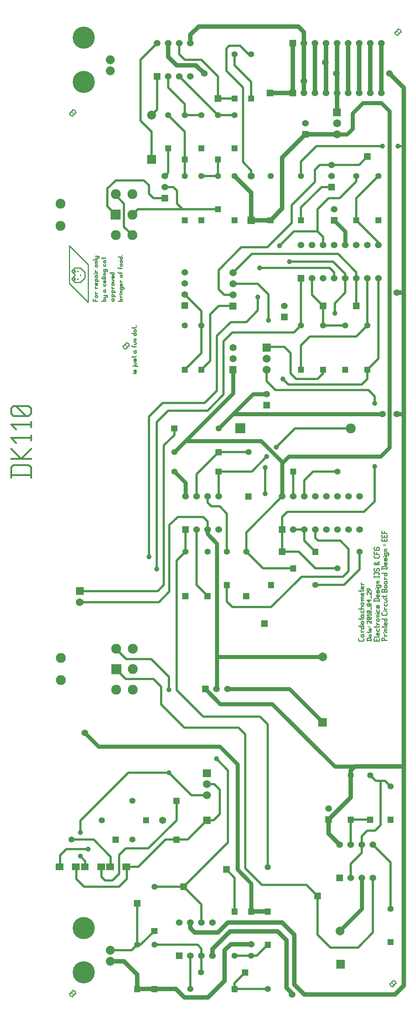
<source format=gbr>
G04 start of page 2 for group 0 idx 0 *
G04 Title: (unknown), component *
G04 Creator: pcb 20091103 *
G04 CreationDate: Mon Oct  4 16:31:00 2010 UTC *
G04 For: fosse *
G04 Format: Gerber/RS-274X *
G04 PCB-Dimensions: 440000 900000 *
G04 PCB-Coordinate-Origin: lower left *
%MOIN*%
%FSLAX25Y25*%
%LNFRONT*%
%ADD11C,0.0200*%
%ADD12C,0.0400*%
%ADD13C,0.0350*%
%ADD14C,0.0100*%
%ADD15C,0.0090*%
%ADD16C,0.0181*%
%ADD17C,0.0550*%
%ADD18C,0.0600*%
%ADD19C,0.0800*%
%ADD20C,0.2000*%
%ADD21C,0.0650*%
%ADD22C,0.0900*%
%ADD23C,0.0720*%
%ADD24C,0.0787*%
%ADD25C,0.0700*%
%ADD26C,0.0460*%
%ADD27R,0.0590X0.0590*%
%ADD28C,0.0300*%
%ADD29C,0.0280*%
%ADD30C,0.0320*%
%ADD31C,0.0790*%
%ADD32C,0.0380*%
%ADD33C,0.0510*%
%ADD34C,0.0420*%
%ADD35C,0.0395*%
%ADD36C,0.0315*%
%ADD37C,0.0472*%
%ADD38C,0.0500*%
G54D11*G36*
X431300Y888300D02*Y887300D01*
X430300D01*
Y888300D01*
X431300D01*
G37*
G36*
X432300Y887300D02*Y886300D01*
X431300D01*
Y887300D01*
X432300D01*
G37*
G36*
X137300Y815300D02*Y814300D01*
X136300D01*
Y815300D01*
X137300D01*
G37*
G36*
X138300Y814300D02*Y813300D01*
X137300D01*
Y814300D01*
X138300D01*
G37*
G36*
X137300Y19800D02*Y18800D01*
X136300D01*
Y19800D01*
X137300D01*
G37*
G36*
X138300Y18800D02*Y17800D01*
X137300D01*
Y18800D01*
X138300D01*
G37*
G36*
X426800Y28800D02*Y27800D01*
X425800D01*
Y28800D01*
X426800D01*
G37*
G36*
X427800Y27800D02*Y26800D01*
X426800D01*
Y27800D01*
X427800D01*
G37*
G36*
X185600Y604900D02*Y603900D01*
X184600D01*
Y604900D01*
X185600D01*
G37*
G36*
X186600Y603900D02*Y602900D01*
X185600D01*
Y603900D01*
X186600D01*
G37*
G54D12*X388600Y220400D02*Y195900D01*
G54D11*X411100Y210900D02*X406100Y215900D01*
X415600Y210900D02*Y170900D01*
G54D12*X388600Y195900D02*X368600Y175900D01*
Y163400D02*X378600Y153400D01*
X368600Y175900D02*Y163400D01*
G54D11*X388600Y175900D02*X406100D01*
X388600D02*Y153400D01*
X410600Y165900D02*X415600Y170900D01*
X403600Y165900D02*X410600D01*
X398600Y160900D02*X403600Y165900D01*
X398600Y160900D02*Y145900D01*
X388600Y135900D01*
X419600Y210900D02*X424600Y205900D01*
X411100Y210900D02*X419600D01*
G54D12*X392100Y223900D02*X436600D01*
G54D11*X424600Y137400D02*X408600Y153400D01*
X388600Y135900D02*Y123400D01*
X179100Y143900D02*Y126900D01*
X283600Y123400D02*X276100Y130900D01*
X259100Y175900D02*X241100Y157900D01*
X258600Y175400D02*X264600D01*
G54D12*X388600Y220400D02*X392100Y223900D01*
G54D13*X374100D02*X317600Y280400D01*
X374100Y223900D02*X392100D01*
X333073Y293900D02*X363100Y263873D01*
X270600Y280400D02*X257100Y293900D01*
X267628Y322928D02*X267600Y322900D01*
Y294400D02*X267100Y293900D01*
X267600Y342900D02*Y294400D01*
X270600Y280400D02*X317600D01*
G54D11*X255100Y268900D02*X306600D01*
G54D13*X277100Y293900D02*X333073D01*
X267628Y322928D02*X363100D01*
G54D11*X255100Y268900D02*X231100Y292900D01*
X224100Y304900D02*Y293400D01*
X217100Y295900D02*Y279900D01*
X185100Y302900D02*X210100D01*
X238100Y258900D02*X217100Y279900D01*
X185100Y302900D02*X176100Y311900D01*
X293100Y252900D02*X287100Y258900D01*
X238100D02*X287100D01*
G54D13*X160600Y241900D02*X270100D01*
G54D11*X293100Y252900D02*Y247900D01*
X313600Y261900D02*X306600Y268900D01*
G54D13*X286100Y225900D02*X270100Y241900D01*
G54D11*X277600Y220400D02*X267100Y230900D01*
X270100Y202900D02*Y180900D01*
X277600Y220400D02*Y155400D01*
X270100Y180900D02*X264600Y175400D01*
X258600Y207900D02*X265100D01*
X270100Y202900D01*
X244600Y197900D02*X224100Y218400D01*
X244600Y197900D02*X258600D01*
X187600Y218400D02*X224100D01*
X313600Y261900D02*Y132900D01*
G54D13*X286100Y225900D02*Y130900D01*
G54D11*X293100Y247400D02*Y131900D01*
X185600Y320900D02*X208100D01*
X224100Y304900D01*
G54D13*X160600Y241900D02*X148100Y254400D01*
G54D11*X217100Y295900D02*X210100Y302900D01*
X231100Y175400D02*X205600Y149900D01*
X231100Y192900D02*Y175400D01*
Y409900D02*Y292900D01*
X224600Y441900D02*Y381900D01*
X144100Y174900D02*Y164400D01*
Y174900D02*X187600Y218400D01*
X176100Y330400D02*X185600Y320900D01*
X224600Y381900D02*X215100Y372400D01*
X143600Y382400D02*X214100D01*
X143600Y372400D02*X215100D01*
X219600Y387900D02*X214100Y382400D01*
X171540Y142460D02*Y133487D01*
X186100Y133283D02*X186304Y133487D01*
X148706Y138294D02*Y133487D01*
X125871Y143671D02*X131600Y149400D01*
X125871Y143671D02*Y133487D01*
X171540Y142460D02*X156100Y157900D01*
X131600Y149400D02*X151100D01*
X185100Y149900D02*X179100Y143900D01*
X148706Y138294D02*X144100Y142900D01*
X136100Y157900D02*X156100D01*
X140635Y133487D02*Y122365D01*
X147600Y115400D01*
X166600Y120900D02*X173100D01*
X147600Y115400D02*X179100D01*
X163100Y133117D02*Y124400D01*
X166600Y120900D02*X163100Y124400D01*
Y133117D02*X163470Y133487D01*
X179100Y115400D02*X186100Y122400D01*
X179100Y126900D02*X173100Y120900D01*
X186100Y133283D02*Y122400D01*
G54D12*X337600Y71900D02*Y26900D01*
G54D11*X283600Y52900D02*X303600D01*
X313600Y62900D01*
G54D12*X322600Y74900D02*X330600Y66900D01*
Y23900D01*
X247600Y73900D02*X268600D01*
X279600Y74900D02*X322600D01*
X277600Y82900D02*X326600D01*
X337600Y71900D01*
X280100Y63400D02*X298600D01*
G54D13*Y118400D02*Y92900D01*
G54D12*X313600D01*
G54D11*X283600Y123400D02*Y92900D01*
G54D13*X298600Y118400D02*X286100Y130900D01*
G54D11*X308100Y116900D02*X348600D01*
X308100D02*X293100Y131900D01*
X221100Y157900D02*X196600Y133400D01*
X186391D02*X196600D01*
X186391D02*X186304Y133487D01*
X211100Y115400D02*X237600D01*
X221100Y157900D02*X241100D01*
X185100Y149900D02*X205600D01*
X237600Y115400D02*X277600Y155400D01*
X198600Y62900D02*X211100Y75400D01*
Y62900D02*X250100D01*
X253600Y59400D02*Y37900D01*
X195600Y62900D02*X198600D01*
X253600Y99400D02*X237600Y115400D01*
G54D12*X247600Y73900D02*X243600Y77900D01*
G54D11*X253600Y59400D02*X250100Y62900D01*
X253600Y99400D02*Y82900D01*
G54D12*X243600D02*Y77900D01*
X195600Y22900D02*X230600D01*
X195600Y35900D02*Y22900D01*
Y35900D02*X183600Y47900D01*
G54D11*X243600Y52900D02*Y22900D01*
X172600Y57900D02*X190600D01*
X195600Y62900D01*
Y100400D02*Y62900D01*
G54D12*X172600Y47900D02*X183600D01*
X346600Y17900D02*X337600Y26900D01*
X346600Y17900D02*X428600D01*
X330600Y23900D02*X336600Y17900D01*
X436600Y25900D02*X428600Y17900D01*
G54D11*X283600Y28400D02*Y22900D01*
Y28400D02*X293100Y37900D01*
X283600Y22900D02*X313600D01*
G54D12*X274600Y57900D02*Y30400D01*
Y57900D02*X280100Y63400D01*
X263600Y58900D02*X279600Y74900D01*
X268600Y73900D02*X277600Y82900D01*
X263600Y58900D02*Y52900D01*
X259600Y15400D02*X274600Y30400D01*
X238100Y15400D02*X259600D01*
X230600Y22900D02*X238100Y15400D01*
G54D11*X408600Y123400D02*Y73900D01*
X395100Y60400D01*
G54D13*X398600Y95400D02*X378600Y75400D01*
X398600Y123400D02*Y95400D01*
G54D11*X424600Y137400D02*Y95400D01*
X370100Y60400D02*X395100D01*
X370100D02*X358600Y71900D01*
Y106900D02*Y71900D01*
Y106900D02*X348600Y116900D01*
X218600Y552400D02*X256600D01*
G54D13*X282100Y560900D02*X229100Y507900D01*
G54D11*X273600Y559900D02*X259100Y545400D01*
X223600D02*X259100D01*
G54D13*X229100Y507900D02*X239100Y517900D01*
G54D11*X229100Y529400D02*Y523400D01*
X219600Y513900D01*
X223600Y545400D02*X213100Y534900D01*
G54D13*X300100Y560400D02*X312600D01*
G54D11*X206100Y539900D02*X218600Y552400D01*
X269100Y507900D02*X296100D01*
X269100Y490400D02*X299100D01*
G54D13*X307600Y517900D02*X327100Y498400D01*
G54D11*X299100Y490400D02*X312600Y503900D01*
X249100Y487900D02*Y467900D01*
G54D13*X239100Y480400D02*Y467900D01*
Y517900D02*X307600D01*
X326600Y497900D02*Y467900D01*
G54D11*X311100Y493900D02*Y470400D01*
X338100Y529400D02*X321100Y512400D01*
X336600Y490400D02*Y467900D01*
X294100Y435400D02*X326600Y467900D01*
Y449400D02*X331100Y453900D01*
X255100Y449400D02*X259100Y445400D01*
Y437900D01*
X262600Y458900D02*X270100D01*
X276600Y452400D01*
X386600Y420400D02*Y400400D01*
X381600Y395400D01*
X379100Y427900D02*X386600Y420400D01*
X396600Y401900D02*X382600Y387900D01*
X396600Y417900D02*Y401900D01*
X346600Y427900D02*X356600Y417900D01*
Y430400D02*X359100Y427900D01*
X346600Y437900D02*Y427900D01*
X356600Y437900D02*Y430400D01*
X344100Y395400D02*X381600D01*
X356600Y402900D02*X341600Y417900D01*
X356600Y387900D02*X382600D01*
X356600Y402900D02*X376600D01*
X359100Y427900D02*X379100D01*
X336600Y437900D02*X346600D01*
X331100Y453900D02*X400600D01*
X410100Y463400D01*
X249100Y387900D02*X259100Y377900D01*
G54D13*X267600Y425400D02*Y342400D01*
G54D11*X276600Y372900D02*X281600Y367900D01*
X276600Y387900D02*Y372900D01*
X344100Y395400D02*X316600Y367900D01*
X281600D02*X316600D01*
X309100Y402900D02*X336600D01*
X309100D02*X294100Y417900D01*
X326600D02*X341600D01*
X294600Y418400D02*X294100Y417900D01*
X326600Y449400D02*Y417900D01*
X294100Y435400D02*Y417900D01*
G54D13*X259100Y433900D02*X267600Y425400D01*
G54D11*X276600Y452400D02*Y417900D01*
X249100Y437900D02*Y387900D01*
X206100Y539900D02*Y413400D01*
X213100Y534900D02*Y402400D01*
X249100Y487900D02*X269100Y507900D01*
G54D13*X239100Y480400D02*X229100Y490400D01*
G54D11*X259600Y467400D02*X259100Y467900D01*
Y462400D01*
X262600Y458900D01*
X269100Y490400D02*Y467900D01*
X239100Y437900D02*Y417900D01*
X224600Y441900D02*X232100Y449400D01*
X255100D01*
G54D13*X259100Y437900D02*Y433900D01*
G54D11*X231100Y409900D02*X239100Y417900D01*
X219600Y513900D02*Y387900D01*
X354600Y490400D02*X346600Y482400D01*
X354600Y490400D02*X376600D01*
X346600Y482400D02*Y467900D01*
X410100Y494900D02*Y463400D01*
G54D13*X415600Y503900D02*X423600Y511900D01*
X430600Y542400D02*X436600D01*
G54D11*X410100Y558400D02*Y551900D01*
G54D13*X332600Y503900D02*X415600D01*
G54D12*X436600Y836900D02*Y26400D01*
X346100Y887400D02*Y832400D01*
X366100Y877400D02*Y832400D01*
X356100Y877400D02*Y832400D01*
X336100Y877400D02*Y832400D01*
X341100Y892400D02*X346100Y887400D01*
X376100Y877400D02*Y814900D01*
X416100Y877400D02*Y832400D01*
X406100Y877400D02*Y832400D01*
X396100Y877400D02*Y832400D01*
X386100Y877400D02*Y832400D01*
X423600Y849900D02*X436600Y836900D01*
G54D11*X238600Y862400D02*X253600D01*
G54D12*X248600Y857400D02*X256100Y849900D01*
G54D11*X268600Y772400D02*Y757400D01*
X253600D02*X268600D01*
X357600Y784400D02*X343600Y770400D01*
Y757400D01*
X360600Y767400D02*X356100Y762900D01*
G54D12*X326600Y773900D02*X347600Y794900D01*
G54D11*X238600Y797400D02*Y757400D01*
Y797400D02*X223600Y812400D01*
X213600Y817400D02*X208600Y812400D01*
Y797400D02*Y772400D01*
Y797400D02*X198600Y807400D01*
X238600Y822400D02*X223600Y837400D01*
Y847400D02*Y837400D01*
X213600Y847400D02*Y817400D01*
X198600Y862400D02*Y807400D01*
Y862400D02*X213600Y877400D01*
X233600D02*Y867400D01*
X238600Y862400D01*
G54D12*X223600Y864900D02*X231100Y857400D01*
X223600Y877400D02*Y864900D01*
G54D11*X268600Y847400D02*Y827400D01*
Y812400D02*X233600Y847400D01*
X238600Y812400D02*X253600D01*
X238600Y822400D02*Y812400D01*
G54D12*X251100Y892400D02*X341100D01*
G54D11*X296100Y867400D02*X298600D01*
X296100D02*X288600Y874900D01*
X278600D02*X288600D01*
X253600Y862400D02*X268600Y847400D01*
X283600Y867400D02*Y857400D01*
X298600Y842400D01*
X276100Y852400D02*X291100Y837400D01*
X276100Y872400D02*Y852400D01*
G54D12*X231100Y857400D02*X248600D01*
G54D11*X278600Y874900D02*X276100Y872400D01*
G54D12*X243600Y884900D02*Y877400D01*
Y884900D02*X251100Y892400D01*
G54D11*X268600Y827400D02*X283600D01*
G54D13*X423600Y815900D02*X416100Y823400D01*
G54D11*X268600Y812400D02*X283600D01*
G54D13*X399600Y823400D02*X416100D01*
X399600D02*X390100Y813900D01*
G54D12*X316100Y832400D02*X336100D01*
G54D11*X357600Y784400D02*X417100D01*
G54D12*X347600Y794900D02*X376100D01*
G54D13*X385100D01*
G54D11*X431100Y784400D02*X437100D01*
X396100Y767400D02*X403600Y774900D01*
G54D13*X390100Y813900D02*Y799900D01*
X385100Y794900D01*
G54D11*X360600Y767400D02*X396100D01*
G54D14*X139100Y672400D02*Y670400D01*
X136100Y671400D02*X139100Y668400D01*
X141100Y671400D02*X142100D01*
X139100Y670400D02*X138100Y671400D01*
X139100Y672400D01*
Y668400D02*Y667400D01*
X148100Y670400D02*X144100Y674400D01*
X134100Y694400D02*X151100Y677400D01*
X139100Y674400D02*X136100Y671400D01*
X139100Y674400D02*X144100D01*
X134100Y694400D02*Y660400D01*
G54D11*X220600Y747400D02*X228100D01*
X223600Y760400D02*X220600Y757400D01*
X231600Y732400D02*X236600Y727400D01*
X176100Y753400D02*X201600D01*
X206100Y748900D02*Y741400D01*
X210100Y737400D02*X206100Y741400D01*
X210100Y737400D02*X220600D01*
X168600Y745900D02*X176100Y753400D01*
X196100Y727400D02*X191100Y722400D01*
X183600Y711400D02*X191100Y703900D01*
X176100Y740900D02*Y739900D01*
X183600Y732400D01*
Y711400D01*
X176100Y722400D02*X168600Y729900D01*
Y745900D02*Y729900D01*
G54D13*X269100Y529400D02*X300100Y560400D01*
G54D11*X253600Y635400D02*Y597400D01*
X261600Y632400D02*Y590400D01*
X256600Y552400D02*X267600Y563400D01*
X253600Y597400D02*X238600Y582400D01*
X261600Y590400D02*X253600Y582400D01*
X267600Y612900D02*Y563400D01*
X273600Y607900D02*Y559900D01*
G54D13*X282100Y582400D02*Y560900D01*
G54D11*X269100Y639900D02*X282100D01*
X267600Y612900D02*X280100Y625400D01*
X294100D01*
X281600Y615900D02*X273600Y607900D01*
X269100Y639900D02*X261600Y632400D01*
X269100Y672400D02*Y654900D01*
X253600Y635400D02*X238600Y650400D01*
X289600Y692900D02*X269100Y672400D01*
Y654900D02*X274100Y649900D01*
X282100D01*
G54D14*X141100Y664400D02*X142100D01*
X139100Y661400D02*X144100D01*
X134100Y660400D02*X151100Y643400D01*
X144100Y668400D02*Y667400D01*
X148100Y670400D02*Y665400D01*
X144100Y661400D02*X148100Y665400D01*
X151100Y677400D02*Y643400D01*
X139100Y663400D02*X138100Y664400D01*
X139100Y665400D02*Y663400D01*
X136100Y664400D02*X139100Y661400D01*
Y667400D02*X136100Y664400D01*
X138100D02*X139100Y665400D01*
G54D11*X413600Y664900D02*Y592400D01*
X403600Y582400D01*
X393600Y612400D02*X403600Y622400D01*
G54D12*X430600Y651900D02*X436600D01*
G54D11*X351600Y612400D02*X393600D01*
X368600Y737400D02*X358600Y727400D01*
G54D13*X383600Y707400D02*X373600Y717400D01*
G54D11*X363600Y702400D02*X358600Y707400D01*
G54D13*X383600D02*Y694900D01*
G54D11*X363600Y702400D02*Y694900D01*
X383600Y668900D02*X372600Y679900D01*
X373600Y670400D02*X369600Y674400D01*
X413600Y697400D02*X393600Y717400D01*
Y737400D02*Y717400D01*
Y737400D02*X413600Y757400D01*
X393600Y752400D02*X378600Y737400D01*
G54D12*X298600Y717400D02*X316100D01*
G54D11*X299100Y686900D02*X282100Y669900D01*
X299100Y686900D02*X377100D01*
X306100Y674400D02*X369600D01*
X337100Y707400D02*X324100Y694400D01*
X337100Y707400D02*X358600D01*
X393600Y670400D02*X377100Y686900D01*
X335100Y730900D02*X356100Y751900D01*
X363600Y622400D02*X383600D01*
X374100Y642400D02*Y633400D01*
Y642400D02*X383600Y651900D01*
X403600Y664900D02*Y622400D01*
X383600Y668900D02*Y651900D01*
X373600Y670400D02*Y664900D01*
X393600Y670400D02*Y639900D01*
X413600Y697400D02*Y694900D01*
G54D13*X423600Y815900D02*Y511900D01*
G54D11*X403600Y582400D02*Y573900D01*
X398600Y568900D01*
X410100Y558400D02*X404600Y563900D01*
X393600Y757400D02*Y752400D01*
X358600Y727400D02*Y707400D01*
X368600Y737400D02*X378600D01*
X362100Y747400D02*X371100D01*
X362100D02*X343600Y728900D01*
Y717400D01*
X356100Y762900D02*Y751900D01*
X343600Y664900D02*Y622400D01*
X353600Y649900D02*X363600Y639900D01*
Y622400D01*
X353600Y664900D02*Y649900D01*
X343600Y604400D02*Y582400D01*
X332100Y568900D02*X327100Y573900D01*
X343600Y604400D02*X351600Y612400D01*
X343600Y622400D02*X337100Y615900D01*
X333100Y679900D02*X372600D01*
X314100Y650400D02*Y626900D01*
Y650400D02*X304600Y659900D01*
X294100Y625400D02*X304600Y635900D01*
Y647900D02*Y635900D01*
X320600Y563900D02*X404600D01*
X320600D02*X312600Y571900D01*
Y582400D02*Y571900D01*
X298600Y842400D02*Y827400D01*
Y762400D02*Y757400D01*
Y762400D02*X291100Y769900D01*
Y837400D02*Y769900D01*
X289600Y692900D02*X313100D01*
G54D12*X298600Y742400D02*Y717400D01*
G54D11*X196100Y727400D02*X268600D01*
G54D12*X298600Y742400D02*X283600Y757400D01*
X316100Y717400D02*X326600Y727900D01*
Y773900D02*Y727900D01*
G54D11*X335100Y730900D02*Y714900D01*
X313100Y692900D02*X335100Y714900D01*
X223600Y782400D02*Y760400D01*
X231600Y743900D02*Y732400D01*
X228100Y747400D02*X231600Y743900D01*
X206100Y748900D02*X201600Y753400D01*
G54D13*X326600Y497900D02*X332600Y503900D01*
X282100Y542400D02*X417100D01*
G54D11*X338100Y529400D02*X388600D01*
X313100Y602900D02*X312600Y602400D01*
X334100Y597400D02*Y578900D01*
Y597400D02*X328600Y602900D01*
X313100D02*X328600D01*
X282100Y659900D02*X304600D01*
X363600Y582400D02*Y578900D01*
X358600Y573900D01*
X339100D02*X358600D01*
X339100D02*X334100Y578900D01*
X332100Y568900D02*X398600D01*
X281600Y615900D02*X337100D01*
G54D14*X137300Y16800D02*G75*G03X139300Y18800I0J2000D01*G01*
X137300Y20800D02*G75*G03X135300Y18800I0J-2000D01*G01*
X134300D02*G75*G03X137300Y15800I3000J0D01*G01*
X140300Y18800D02*G75*G03X137300Y21800I-3000J0D01*G01*
X426800Y25800D02*G75*G03X428800Y27800I0J2000D01*G01*
X426800Y29800D02*G75*G03X424800Y27800I0J-2000D01*G01*
X423800D02*G75*G03X426800Y24800I3000J0D01*G01*
X429800Y27800D02*G75*G03X426800Y30800I-3000J0D01*G01*
X431300Y885300D02*G75*G03X433300Y887300I0J2000D01*G01*
X431300Y889300D02*G75*G03X429300Y887300I0J-2000D01*G01*
X428300D02*G75*G03X431300Y884300I3000J0D01*G01*
X434300Y887300D02*G75*G03X431300Y890300I-3000J0D01*G01*
X137300Y812300D02*G75*G03X139300Y814300I0J2000D01*G01*
X140300D02*G75*G03X137300Y817300I-3000J0D01*G01*
Y816300D02*G75*G03X135300Y814300I0J-2000D01*G01*
X134300D02*G75*G03X137300Y811300I3000J0D01*G01*
X185600Y601900D02*G75*G03X187600Y603900I0J2000D01*G01*
X185600Y605900D02*G75*G03X183600Y603900I0J-2000D01*G01*
X182600D02*G75*G03X185600Y600900I3000J0D01*G01*
X188600Y603900D02*G75*G03X185600Y606900I-3000J0D01*G01*
G54D15*X416700Y337950D02*X421100D01*
X416700Y339600D02*Y337400D01*
Y339600D02*X417250Y340150D01*
X418350D01*
X418900Y339600D02*X418350Y340150D01*
X418900Y339600D02*Y337950D01*
X419450Y342021D02*X421100D01*
X419450D02*X418900Y342571D01*
Y343671D02*Y342571D01*
Y341471D02*X419450Y342021D01*
X417800Y344992D02*X418350D01*
X419450D02*X421100D01*
X419450Y346643D02*X421100D01*
X419450D02*X418900Y347193D01*
Y347743D02*Y347193D01*
Y347743D02*X419450Y348293D01*
X421100D01*
X418900Y346093D02*X419450Y346643D01*
X416700Y350164D02*X420550D01*
X421100Y350714D01*
X418350D02*Y349614D01*
X421100Y354015D02*Y352365D01*
X420550Y351815D02*X421100Y352365D01*
X419450Y351815D02*X420550D01*
X419450D02*X418900Y352365D01*
Y353465D02*Y352365D01*
Y353465D02*X419450Y354015D01*
X420000D02*Y351815D01*
X419450Y354015D02*X420000D01*
X416700Y357536D02*X421100D01*
Y356986D02*X420550Y357536D01*
X421100Y356986D02*Y355886D01*
X420550Y355336D02*X421100Y355886D01*
X419450Y355336D02*X420550D01*
X419450D02*X418900Y355886D01*
Y356986D02*Y355886D01*
Y356986D02*X419450Y357536D01*
X421100Y363037D02*Y361387D01*
X420550Y360837D02*X421100Y361387D01*
X417250Y360837D02*X420550D01*
X417250D02*X416700Y361387D01*
Y363037D02*Y361387D01*
X417800Y364358D02*X418350D01*
X419450D02*X421100D01*
X419450Y366009D02*X421100D01*
X419450D02*X418900Y366559D01*
Y367659D02*Y366559D01*
Y365459D02*X419450Y366009D01*
X418900Y371181D02*Y369531D01*
X419450Y368981D02*X418900Y369531D01*
X419450Y368981D02*X420550D01*
X421100Y369531D01*
Y371181D02*Y369531D01*
X418900Y372502D02*X420550D01*
X421100Y373052D01*
Y374152D02*Y373052D01*
Y374152D02*X420550Y374702D01*
X418900D02*X420550D01*
X417800Y376023D02*X418350D01*
X419450D02*X421100D01*
X416700Y377674D02*X420550D01*
X421100Y378224D01*
X418350D02*Y377124D01*
X421100Y383505D02*Y381305D01*
Y383505D02*X420550Y384055D01*
X419450D02*X420550D01*
X418900Y383505D02*X419450Y384055D01*
X418900Y383505D02*Y381855D01*
X416700D02*X421100D01*
X416700Y383505D02*Y381305D01*
Y383505D02*X417250Y384055D01*
X418350D01*
X418900Y383505D02*X418350Y384055D01*
X419450Y385376D02*X420550D01*
X419450D02*X418900Y385926D01*
Y387026D02*Y385926D01*
Y387026D02*X419450Y387576D01*
X420550D01*
X421100Y387026D02*X420550Y387576D01*
X421100Y387026D02*Y385926D01*
X420550Y385376D02*X421100Y385926D01*
X418900Y390547D02*X419450Y391097D01*
X418900Y390547D02*Y389447D01*
X419450Y388897D02*X418900Y389447D01*
X419450Y388897D02*X420550D01*
X421100Y389447D01*
X418900Y391097D02*X420550D01*
X421100Y391647D01*
Y390547D02*Y389447D01*
Y390547D02*X420550Y391097D01*
X419450Y393518D02*X421100D01*
X419450D02*X418900Y394068D01*
Y395168D02*Y394068D01*
Y392968D02*X419450Y393518D01*
X416700Y398689D02*X421100D01*
Y398139D02*X420550Y398689D01*
X421100Y398139D02*Y397039D01*
X420550Y396489D02*X421100Y397039D01*
X419450Y396489D02*X420550D01*
X419450D02*X418900Y397039D01*
Y398139D02*Y397039D01*
Y398139D02*X419450Y398689D01*
X416700Y402540D02*X421100D01*
X416700Y404190D02*X417250Y404740D01*
X420550D01*
X421100Y404190D02*X420550Y404740D01*
X421100Y404190D02*Y401990D01*
X416700Y404190D02*Y401990D01*
X421100Y408262D02*Y406612D01*
X420550Y406062D02*X421100Y406612D01*
X419450Y406062D02*X420550D01*
X419450D02*X418900Y406612D01*
Y407712D02*Y406612D01*
Y407712D02*X419450Y408262D01*
X420000D02*Y406062D01*
X419450Y408262D02*X420000D01*
X421100Y411783D02*Y410133D01*
Y411783D02*X420550Y412333D01*
X420000Y411783D02*X420550Y412333D01*
X420000Y411783D02*Y410133D01*
X419450Y409583D02*X420000Y410133D01*
X419450Y409583D02*X418900Y410133D01*
Y411783D02*Y410133D01*
Y411783D02*X419450Y412333D01*
X420550Y409583D02*X421100Y410133D01*
X417800Y413654D02*X418350D01*
X419450D02*X421100D01*
X418900Y416405D02*X419450Y416955D01*
X418900Y416405D02*Y415305D01*
X419450Y414755D02*X418900Y415305D01*
X419450Y414755D02*X420550D01*
X421100Y415305D01*
Y416405D02*Y415305D01*
Y416405D02*X420550Y416955D01*
X422200Y414755D02*X422750Y415305D01*
Y416405D02*Y415305D01*
Y416405D02*X422200Y416955D01*
X418900D02*X422200D01*
X419450Y418826D02*X421100D01*
X419450D02*X418900Y419376D01*
Y419926D02*Y419376D01*
Y419926D02*X419450Y420476D01*
X421100D01*
X418900Y418276D02*X419450Y418826D01*
X418350Y424327D02*Y423777D01*
X419450Y424327D02*Y423777D01*
X418900Y429278D02*Y427628D01*
X421100Y429828D02*Y427628D01*
X416700D02*X421100D01*
X416700Y429828D02*Y427628D01*
X418900Y432799D02*Y431149D01*
X421100Y433349D02*Y431149D01*
X416700D02*X421100D01*
X416700Y433349D02*Y431149D01*
Y434670D02*X421100D01*
X416700Y436870D02*Y434670D01*
X418900Y436320D02*Y434670D01*
X411900Y339050D02*Y337400D01*
X414100Y339600D02*Y337400D01*
X409700D02*X414100D01*
X409700Y339600D02*Y337400D01*
Y340921D02*X413550D01*
X414100Y341471D01*
Y344772D02*Y343122D01*
X413550Y342572D02*X414100Y343122D01*
X412450Y342572D02*X413550D01*
X412450D02*X411900Y343122D01*
Y344222D02*Y343122D01*
Y344222D02*X412450Y344772D01*
X413000D02*Y342572D01*
X412450Y344772D02*X413000D01*
X411900Y348293D02*Y346643D01*
X412450Y346093D02*X411900Y346643D01*
X412450Y346093D02*X413550D01*
X414100Y346643D01*
Y348293D02*Y346643D01*
X409700Y350164D02*X413550D01*
X414100Y350714D01*
X411350D02*Y349614D01*
X412450Y352365D02*X414100D01*
X412450D02*X411900Y352915D01*
Y354015D02*Y352915D01*
Y351815D02*X412450Y352365D01*
Y355336D02*X413550D01*
X412450D02*X411900Y355886D01*
Y356986D02*Y355886D01*
Y356986D02*X412450Y357536D01*
X413550D01*
X414100Y356986D02*X413550Y357536D01*
X414100Y356986D02*Y355886D01*
X413550Y355336D02*X414100Y355886D01*
X412450Y359407D02*X414100D01*
X412450D02*X411900Y359957D01*
Y360507D02*Y359957D01*
Y360507D02*X412450Y361057D01*
X414100D01*
X411900Y358857D02*X412450Y359407D01*
X410800Y362378D02*X411350D01*
X412450D02*X414100D01*
X411900Y365679D02*Y364029D01*
X412450Y363479D02*X411900Y364029D01*
X412450Y363479D02*X413550D01*
X414100Y364029D01*
Y365679D02*Y364029D01*
Y369201D02*Y367551D01*
Y369201D02*X413550Y369751D01*
X413000Y369201D02*X413550Y369751D01*
X413000Y369201D02*Y367551D01*
X412450Y367001D02*X413000Y367551D01*
X412450Y367001D02*X411900Y367551D01*
Y369201D02*Y367551D01*
Y369201D02*X412450Y369751D01*
X413550Y367001D02*X414100Y367551D01*
X409700Y373602D02*X414100D01*
X409700Y375252D02*X410250Y375802D01*
X413550D01*
X414100Y375252D02*X413550Y375802D01*
X414100Y375252D02*Y373052D01*
X409700Y375252D02*Y373052D01*
X414100Y379323D02*Y377673D01*
X413550Y377123D02*X414100Y377673D01*
X412450Y377123D02*X413550D01*
X412450D02*X411900Y377673D01*
Y378773D02*Y377673D01*
Y378773D02*X412450Y379323D01*
X413000D02*Y377123D01*
X412450Y379323D02*X413000D01*
X414100Y382844D02*Y381194D01*
Y382844D02*X413550Y383394D01*
X413000Y382844D02*X413550Y383394D01*
X413000Y382844D02*Y381194D01*
X412450Y380644D02*X413000Y381194D01*
X412450Y380644D02*X411900Y381194D01*
Y382844D02*Y381194D01*
Y382844D02*X412450Y383394D01*
X413550Y380644D02*X414100Y381194D01*
X410800Y384715D02*X411350D01*
X412450D02*X414100D01*
X411900Y387466D02*X412450Y388016D01*
X411900Y387466D02*Y386366D01*
X412450Y385816D02*X411900Y386366D01*
X412450Y385816D02*X413550D01*
X414100Y386366D01*
Y387466D02*Y386366D01*
Y387466D02*X413550Y388016D01*
X415200Y385816D02*X415750Y386366D01*
Y387466D02*Y386366D01*
Y387466D02*X415200Y388016D01*
X411900D02*X415200D01*
X412450Y389887D02*X414100D01*
X412450D02*X411900Y390437D01*
Y390987D02*Y390437D01*
Y390987D02*X412450Y391537D01*
X414100D01*
X411900Y389337D02*X412450Y389887D01*
X409700Y395938D02*Y394838D01*
Y395388D02*X414100D01*
Y395938D02*Y394838D01*
X409700Y398909D02*Y397259D01*
Y398909D02*X413550D01*
X414100Y398359D02*X413550Y398909D01*
X414100Y398359D02*Y397809D01*
X413550Y397259D02*X414100Y397809D01*
X409700Y402430D02*X410250Y402980D01*
X409700Y402430D02*Y400780D01*
X410250Y400230D02*X409700Y400780D01*
X410250Y400230D02*X411350D01*
X411900Y400780D01*
Y402430D02*Y400780D01*
Y402430D02*X412450Y402980D01*
X413550D01*
X414100Y402430D02*X413550Y402980D01*
X414100Y402430D02*Y400780D01*
X413550Y400230D02*X414100Y400780D01*
X413550Y406282D02*X414100Y406832D01*
X410250Y406282D02*X411350D01*
X410250D02*X409700Y406832D01*
X412450Y406282D02*X410800Y407932D01*
X414100Y407382D02*Y406832D01*
Y407382D02*X413000Y408482D01*
X411350Y406282D02*X414100Y409032D01*
X409700Y407382D02*Y406832D01*
Y407382D02*X410250Y407932D01*
X410800D01*
X412450Y406282D02*X413550D01*
X414100Y414533D02*Y412883D01*
X413550Y412333D02*X414100Y412883D01*
X410250Y412333D02*X413550D01*
X410250D02*X409700Y412883D01*
Y414533D02*Y412883D01*
Y415854D02*X414100D01*
X409700Y418054D02*Y415854D01*
X411900Y417504D02*Y415854D01*
X409700Y421575D02*X410250Y422125D01*
X409700Y421575D02*Y419925D01*
X410250Y419375D02*X409700Y419925D01*
X410250Y419375D02*X413550D01*
X414100Y419925D01*
Y421575D02*Y419925D01*
Y421575D02*X413550Y422125D01*
X412450D02*X413550D01*
X411900Y421575D02*X412450Y422125D01*
X411900Y421575D02*Y420475D01*
X163090Y644400D02*X167050D01*
X166555D02*X167050Y644895D01*
Y645885D02*Y644895D01*
Y645885D02*X166555Y646380D01*
X165565D02*X166555D01*
X165070Y645885D02*X165565Y646380D01*
X165070Y645885D02*Y644895D01*
X165565Y644400D02*X165070Y644895D01*
Y647568D02*X166555D01*
X167050Y648063D01*
X165070Y649548D02*X168040D01*
X168535Y649053D02*X168040Y649548D01*
X168535Y649053D02*Y648063D01*
X168040Y647568D02*X168535Y648063D01*
X167050Y649053D02*Y648063D01*
Y649053D02*X166555Y649548D01*
X165070Y654004D02*X165565Y654499D01*
X165070Y654004D02*Y653014D01*
X165565Y652519D02*X165070Y653014D01*
X165565Y652519D02*X166555D01*
X167050Y653014D01*
X165070Y654499D02*X166555D01*
X167050Y654994D01*
Y654004D02*Y653014D01*
Y654004D02*X166555Y654499D01*
X165070Y659945D02*Y658460D01*
X165565Y657965D02*X165070Y658460D01*
X165565Y657965D02*X166555D01*
X167050Y658460D01*
Y659945D02*Y658460D01*
Y663114D02*Y661629D01*
X166555Y661134D02*X167050Y661629D01*
X165565Y661134D02*X166555D01*
X165565D02*X165070Y661629D01*
Y662619D02*Y661629D01*
Y662619D02*X165565Y663114D01*
X166060D02*Y661134D01*
X165565Y663114D02*X166060D01*
X164080Y664303D02*X164575D01*
X165565D02*X167050D01*
X163090Y665294D02*X166555D01*
X167050Y665789D01*
X164080Y666780D02*X164575D01*
X165565D02*X167050D01*
X165565Y668266D02*X167050D01*
X165565D02*X165070Y668761D01*
Y669256D02*Y668761D01*
Y669256D02*X165565Y669751D01*
X167050D01*
X165070Y667771D02*X165565Y668266D01*
X165070Y672425D02*X165565Y672920D01*
X165070Y672425D02*Y671435D01*
X165565Y670940D02*X165070Y671435D01*
X165565Y670940D02*X166555D01*
X167050Y671435D01*
Y672425D02*Y671435D01*
Y672425D02*X166555Y672920D01*
X168040Y670940D02*X168535Y671435D01*
Y672425D02*Y671435D01*
Y672425D02*X168040Y672920D01*
X165070D02*X168040D01*
X165070Y677871D02*Y676386D01*
X165565Y675891D02*X165070Y676386D01*
X165565Y675891D02*X166555D01*
X167050Y676386D01*
Y677871D02*Y676386D01*
X165070Y680545D02*X165565Y681040D01*
X165070Y680545D02*Y679555D01*
X165565Y679060D02*X165070Y679555D01*
X165565Y679060D02*X166555D01*
X167050Y679555D01*
X165070Y681040D02*X166555D01*
X167050Y681535D01*
Y680545D02*Y679555D01*
Y680545D02*X166555Y681040D01*
X163090Y683219D02*X166555D01*
X167050Y683714D01*
X164575D02*Y682724D01*
X172570Y645885D02*X173065Y646380D01*
X172570Y645885D02*Y644895D01*
X173065Y644400D02*X172570Y644895D01*
X173065Y644400D02*X174055D01*
X174550Y644895D01*
X172570Y646380D02*X174055D01*
X174550Y646875D01*
Y645885D02*Y644895D01*
Y645885D02*X174055Y646380D01*
X173065Y648558D02*X176035D01*
X172570Y648063D02*X173065Y648558D01*
X172570Y649053D01*
Y650043D02*Y649053D01*
Y650043D02*X173065Y650538D01*
X174055D01*
X174550Y650043D02*X174055Y650538D01*
X174550Y650043D02*Y649053D01*
X174055Y648558D02*X174550Y649053D01*
X173065Y652222D02*X176035D01*
X172570Y651727D02*X173065Y652222D01*
X172570Y652717D01*
Y653707D02*Y652717D01*
Y653707D02*X173065Y654202D01*
X174055D01*
X174550Y653707D02*X174055Y654202D01*
X174550Y653707D02*Y652717D01*
X174055Y652222D02*X174550Y652717D01*
X173065Y655886D02*X174550D01*
X173065D02*X172570Y656381D01*
Y657371D02*Y656381D01*
Y655391D02*X173065Y655886D01*
Y658560D02*X174055D01*
X173065D02*X172570Y659055D01*
Y660045D02*Y659055D01*
Y660045D02*X173065Y660540D01*
X174055D01*
X174550Y660045D02*X174055Y660540D01*
X174550Y660045D02*Y659055D01*
X174055Y658560D02*X174550Y659055D01*
X172570Y661729D02*X173560D01*
X174550Y662719D01*
X173560Y663709D01*
X172570D02*X173560D01*
X174550Y666878D02*Y665393D01*
X174055Y664898D02*X174550Y665393D01*
X173065Y664898D02*X174055D01*
X173065D02*X172570Y665393D01*
Y666383D02*Y665393D01*
Y666383D02*X173065Y666878D01*
X173560D02*Y664898D01*
X173065Y666878D02*X173560D01*
X170590Y670047D02*X174550D01*
Y669552D02*X174055Y670047D01*
X174550Y669552D02*Y668562D01*
X174055Y668067D02*X174550Y668562D01*
X173065Y668067D02*X174055D01*
X173065D02*X172570Y668562D01*
Y669552D02*Y668562D01*
Y669552D02*X173065Y670047D01*
X191580Y578900D02*X192075D01*
X193065D02*X194550D01*
Y581870D02*Y580385D01*
Y581870D02*X194055Y582365D01*
X193560Y581870D02*X194055Y582365D01*
X193560Y581870D02*Y580385D01*
X193065Y579890D02*X193560Y580385D01*
X193065Y579890D02*X192570Y580385D01*
Y581870D02*Y580385D01*
Y581870D02*X193065Y582365D01*
X194055Y579890D02*X194550Y580385D01*
X191580Y585831D02*X192075D01*
X193065D02*X195540D01*
X196035Y585336D02*X195540Y585831D01*
X192570Y586822D02*X194055D01*
X194550Y587317D01*
Y588307D02*Y587317D01*
Y588307D02*X194055Y588802D01*
X192570D02*X194055D01*
X194550Y591971D02*Y590486D01*
Y591971D02*X194055Y592466D01*
X193560Y591971D02*X194055Y592466D01*
X193560Y591971D02*Y590486D01*
X193065Y589991D02*X193560Y590486D01*
X193065Y589991D02*X192570Y590486D01*
Y591971D02*Y590486D01*
Y591971D02*X193065Y592466D01*
X194055Y589991D02*X194550Y590486D01*
X190590Y594150D02*X194055D01*
X194550Y594645D01*
X192075D02*Y593655D01*
X192570Y598903D02*X193065Y599398D01*
X192570Y598903D02*Y597913D01*
X193065Y597418D02*X192570Y597913D01*
X193065Y597418D02*X194055D01*
X194550Y597913D01*
X192570Y599398D02*X194055D01*
X194550Y599893D01*
Y598903D02*Y597913D01*
Y598903D02*X194055Y599398D01*
X191085Y603359D02*X194550D01*
X191085D02*X190590Y603854D01*
Y604349D02*Y603854D01*
X192570D02*Y602864D01*
Y605340D02*X194055D01*
X194550Y605835D01*
Y606825D02*Y605835D01*
Y606825D02*X194055Y607320D01*
X192570D02*X194055D01*
X193065Y609004D02*X194550D01*
X193065D02*X192570Y609499D01*
Y609994D02*Y609499D01*
Y609994D02*X193065Y610489D01*
X194550D01*
X192570Y608509D02*X193065Y609004D01*
X190590Y615440D02*X194550D01*
Y614945D02*X194055Y615440D01*
X194550Y614945D02*Y613955D01*
X194055Y613460D02*X194550Y613955D01*
X193065Y613460D02*X194055D01*
X193065D02*X192570Y613955D01*
Y614945D02*Y613955D01*
Y614945D02*X193065Y615440D01*
Y616629D02*X194055D01*
X193065D02*X192570Y617124D01*
Y618114D02*Y617124D01*
Y618114D02*X193065Y618609D01*
X194055D01*
X194550Y618114D02*X194055Y618609D01*
X194550Y618114D02*Y617124D01*
X194055Y616629D02*X194550Y617124D01*
X190590Y620293D02*X194055D01*
X194550Y620788D01*
X192075D02*Y619798D01*
X194550Y622274D02*Y621779D01*
X178090Y644400D02*X182050D01*
X181555D02*X182050Y644895D01*
Y645885D02*Y644895D01*
Y645885D02*X181555Y646380D01*
X180565D02*X181555D01*
X180070Y645885D02*X180565Y646380D01*
X180070Y645885D02*Y644895D01*
X180565Y644400D02*X180070Y644895D01*
X180565Y648063D02*X182050D01*
X180565D02*X180070Y648558D01*
Y649548D02*Y648558D01*
Y647568D02*X180565Y648063D01*
X179080Y650737D02*X179575D01*
X180565D02*X182050D01*
X180565Y652223D02*X182050D01*
X180565D02*X180070Y652718D01*
Y653213D02*Y652718D01*
Y653213D02*X180565Y653708D01*
X182050D01*
X180070Y651728D02*X180565Y652223D01*
X180070Y656382D02*X180565Y656877D01*
X180070Y656382D02*Y655392D01*
X180565Y654897D02*X180070Y655392D01*
X180565Y654897D02*X181555D01*
X182050Y655392D01*
Y656382D02*Y655392D01*
Y656382D02*X181555Y656877D01*
X183040Y654897D02*X183535Y655392D01*
Y656382D02*Y655392D01*
Y656382D02*X183040Y656877D01*
X180070D02*X183040D01*
X182050Y660046D02*Y658561D01*
X181555Y658066D02*X182050Y658561D01*
X180565Y658066D02*X181555D01*
X180565D02*X180070Y658561D01*
Y659551D02*Y658561D01*
Y659551D02*X180565Y660046D01*
X181060D02*Y658066D01*
X180565Y660046D02*X181060D01*
X180565Y661730D02*X182050D01*
X180565D02*X180070Y662225D01*
Y663215D02*Y662225D01*
Y661235D02*X180565Y661730D01*
Y666186D02*X181555D01*
X180565D02*X180070Y666681D01*
Y667671D02*Y666681D01*
Y667671D02*X180565Y668166D01*
X181555D01*
X182050Y667671D02*X181555Y668166D01*
X182050Y667671D02*Y666681D01*
X181555Y666186D02*X182050Y666681D01*
X178585Y669850D02*X182050D01*
X178585D02*X178090Y670345D01*
Y670840D02*Y670345D01*
X180070D02*Y669355D01*
X178585Y674108D02*X182050D01*
X178585D02*X178090Y674603D01*
Y675098D02*Y674603D01*
X180070D02*Y673613D01*
X180565Y676089D02*X181555D01*
X180565D02*X180070Y676584D01*
Y677574D02*Y676584D01*
Y677574D02*X180565Y678069D01*
X181555D01*
X182050Y677574D02*X181555Y678069D01*
X182050Y677574D02*Y676584D01*
X181555Y676089D02*X182050Y676584D01*
X180565Y679258D02*X181555D01*
X180565D02*X180070Y679753D01*
Y680743D02*Y679753D01*
Y680743D02*X180565Y681238D01*
X181555D01*
X182050Y680743D02*X181555Y681238D01*
X182050Y680743D02*Y679753D01*
X181555Y679258D02*X182050Y679753D01*
X178090Y684407D02*X182050D01*
Y683912D02*X181555Y684407D01*
X182050Y683912D02*Y682922D01*
X181555Y682427D02*X182050Y682922D01*
X180565Y682427D02*X181555D01*
X180565D02*X180070Y682922D01*
Y683912D02*Y682922D01*
Y683912D02*X180565Y684407D01*
X182050Y686091D02*Y685596D01*
X155590Y644400D02*X159550D01*
X155590Y646380D02*Y644400D01*
X157570Y645885D02*Y644400D01*
X158065Y647568D02*X159055D01*
X158065D02*X157570Y648063D01*
Y649053D02*Y648063D01*
Y649053D02*X158065Y649548D01*
X159055D01*
X159550Y649053D02*X159055Y649548D01*
X159550Y649053D02*Y648063D01*
X159055Y647568D02*X159550Y648063D01*
X158065Y651232D02*X159550D01*
X158065D02*X157570Y651727D01*
Y652717D02*Y651727D01*
Y650737D02*X158065Y651232D01*
Y656183D02*X159550D01*
X158065D02*X157570Y656678D01*
Y657668D02*Y656678D01*
Y655688D02*X158065Y656183D01*
X159550Y660837D02*Y659352D01*
X159055Y658857D02*X159550Y659352D01*
X158065Y658857D02*X159055D01*
X158065D02*X157570Y659352D01*
Y660342D02*Y659352D01*
Y660342D02*X158065Y660837D01*
X158560D02*Y658857D01*
X158065Y660837D02*X158560D01*
X158065Y662521D02*X161035D01*
X157570Y662026D02*X158065Y662521D01*
X157570Y663016D01*
Y664006D02*Y663016D01*
Y664006D02*X158065Y664501D01*
X159055D01*
X159550Y664006D02*X159055Y664501D01*
X159550Y664006D02*Y663016D01*
X159055Y662521D02*X159550Y663016D01*
X157570Y667175D02*X158065Y667670D01*
X157570Y667175D02*Y666185D01*
X158065Y665690D02*X157570Y666185D01*
X158065Y665690D02*X159055D01*
X159550Y666185D01*
X157570Y667670D02*X159055D01*
X159550Y668165D01*
Y667175D02*Y666185D01*
Y667175D02*X159055Y667670D01*
X156580Y669354D02*X157075D01*
X158065D02*X159550D01*
X158065Y670840D02*X159550D01*
X158065D02*X157570Y671335D01*
Y672325D02*Y671335D01*
Y670345D02*X158065Y670840D01*
Y675296D02*X159055D01*
X158065D02*X157570Y675791D01*
Y676781D02*Y675791D01*
Y676781D02*X158065Y677276D01*
X159055D01*
X159550Y676781D02*X159055Y677276D01*
X159550Y676781D02*Y675791D01*
X159055Y675296D02*X159550Y675791D01*
X158065Y678960D02*X159550D01*
X158065D02*X157570Y679455D01*
Y679950D02*Y679455D01*
Y679950D02*X158065Y680445D01*
X159550D01*
X157570Y678465D02*X158065Y678960D01*
X155590Y681634D02*X159055D01*
X159550Y682129D01*
X157570Y683120D02*X159055D01*
X159550Y683615D01*
X157570Y685100D02*X160540D01*
X161035Y684605D02*X160540Y685100D01*
X161035Y684605D02*Y683615D01*
X160540Y683120D02*X161035Y683615D01*
X159550Y684605D02*Y683615D01*
Y684605D02*X159055Y685100D01*
X400100Y339600D02*Y337950D01*
X399550Y337400D02*X400100Y337950D01*
X396250Y337400D02*X399550D01*
X396250D02*X395700Y337950D01*
Y339600D02*Y337950D01*
X397900Y342571D02*X398450Y343121D01*
X397900Y342571D02*Y341471D01*
X398450Y340921D02*X397900Y341471D01*
X398450Y340921D02*X399550D01*
X400100Y341471D01*
X397900Y343121D02*X399550D01*
X400100Y343671D01*
Y342571D02*Y341471D01*
Y342571D02*X399550Y343121D01*
X398450Y345542D02*X400100D01*
X398450D02*X397900Y346092D01*
Y347192D02*Y346092D01*
Y344992D02*X398450Y345542D01*
X395700Y350713D02*X400100D01*
Y350163D02*X399550Y350713D01*
X400100Y350163D02*Y349063D01*
X399550Y348513D02*X400100Y349063D01*
X398450Y348513D02*X399550D01*
X398450D02*X397900Y349063D01*
Y350163D02*Y349063D01*
Y350163D02*X398450Y350713D01*
X396800Y352034D02*X397350D01*
X398450D02*X400100D01*
X398450Y353135D02*X399550D01*
X398450D02*X397900Y353685D01*
Y354785D02*Y353685D01*
Y354785D02*X398450Y355335D01*
X399550D01*
X400100Y354785D02*X399550Y355335D01*
X400100Y354785D02*Y353685D01*
X399550Y353135D02*X400100Y353685D01*
X395700Y357206D02*X399550D01*
X400100Y357756D01*
X397350D02*Y356656D01*
X397900Y360507D02*X398450Y361057D01*
X397900Y360507D02*Y359407D01*
X398450Y358857D02*X397900Y359407D01*
X398450Y358857D02*X399550D01*
X400100Y359407D01*
X397900Y361057D02*X399550D01*
X400100Y361607D01*
Y360507D02*Y359407D01*
Y360507D02*X399550Y361057D01*
X397900Y365128D02*Y363478D01*
X398450Y362928D02*X397900Y363478D01*
X398450Y362928D02*X399550D01*
X400100Y363478D01*
Y365128D02*Y363478D01*
X395700Y366449D02*X400100D01*
X398450D02*X397900Y366999D01*
Y368099D02*Y366999D01*
Y368099D02*X398450Y368649D01*
X400100D01*
X398450Y369971D02*X399550D01*
X398450D02*X397900Y370521D01*
Y371621D02*Y370521D01*
Y371621D02*X398450Y372171D01*
X399550D01*
X400100Y371621D02*X399550Y372171D01*
X400100Y371621D02*Y370521D01*
X399550Y369971D02*X400100Y370521D01*
X398450Y374042D02*X400100D01*
X398450D02*X397900Y374592D01*
Y375142D02*Y374592D01*
Y375142D02*X398450Y375692D01*
X400100D01*
X398450D02*X397900Y376242D01*
Y376792D02*Y376242D01*
Y376792D02*X398450Y377342D01*
X400100D01*
X397900Y373492D02*X398450Y374042D01*
X400100Y380863D02*Y379213D01*
X399550Y378663D02*X400100Y379213D01*
X398450Y378663D02*X399550D01*
X398450D02*X397900Y379213D01*
Y380313D02*Y379213D01*
Y380313D02*X398450Y380863D01*
X399000D02*Y378663D01*
X398450Y380863D02*X399000D01*
X395700Y382734D02*X399550D01*
X400100Y383284D01*
X397350D02*Y382184D01*
X400100Y386585D02*Y384935D01*
X399550Y384385D02*X400100Y384935D01*
X398450Y384385D02*X399550D01*
X398450D02*X397900Y384935D01*
Y386035D02*Y384935D01*
Y386035D02*X398450Y386585D01*
X399000D02*Y384385D01*
X398450Y386585D02*X399000D01*
X398450Y388456D02*X400100D01*
X398450D02*X397900Y389006D01*
Y390106D02*Y389006D01*
Y387906D02*X398450Y388456D01*
X403090Y337895D02*X407050D01*
X403090Y339380D02*X403585Y339875D01*
X406555D01*
X407050Y339380D02*X406555Y339875D01*
X407050Y339380D02*Y337400D01*
X403090Y339380D02*Y337400D01*
X405070Y342548D02*X405565Y343043D01*
X405070Y342548D02*Y341558D01*
X405565Y341063D02*X405070Y341558D01*
X405565Y341063D02*X406555D01*
X407050Y341558D01*
X405070Y343043D02*X406555D01*
X407050Y343538D01*
Y342548D02*Y341558D01*
Y342548D02*X406555Y343043D01*
X403090Y345222D02*X406555D01*
X407050Y345717D01*
X404575D02*Y344727D01*
X407050Y348688D02*Y347203D01*
X406555Y346708D02*X407050Y347203D01*
X405565Y346708D02*X406555D01*
X405565D02*X405070Y347203D01*
Y348193D02*Y347203D01*
Y348193D02*X405565Y348688D01*
X406060D02*Y346708D01*
X405565Y348688D02*X406060D01*
X404575Y350372D02*Y349877D01*
X405565Y350372D02*Y349877D01*
X403585Y353343D02*X403090Y353838D01*
Y355323D02*Y353838D01*
Y355323D02*X403585Y355818D01*
X404575D01*
X407050Y353343D02*X404575Y355818D01*
X407050D02*Y353343D01*
X406555Y357007D02*X407050Y357502D01*
X403585Y357007D02*X406555D01*
X403585D02*X403090Y357502D01*
Y358492D02*Y357502D01*
Y358492D02*X403585Y358987D01*
X406555D01*
X407050Y358492D02*X406555Y358987D01*
X407050Y358492D02*Y357502D01*
X406060Y357007D02*X404080Y358987D01*
X407050Y361661D02*Y360671D01*
X403090Y361166D02*X407050D01*
X404080Y360176D02*X403090Y361166D01*
X406555Y362850D02*X407050Y363345D01*
X403585Y362850D02*X406555D01*
X403585D02*X403090Y363345D01*
Y364335D02*Y363345D01*
Y364335D02*X403585Y364830D01*
X406555D01*
X407050Y364335D02*X406555Y364830D01*
X407050Y364335D02*Y363345D01*
X406060Y362850D02*X404080Y364830D01*
X407050Y367999D02*Y366019D01*
X406555Y369188D02*X407050Y369683D01*
X403585Y369188D02*X406555D01*
X403585D02*X403090Y369683D01*
Y370673D02*Y369683D01*
Y370673D02*X403585Y371168D01*
X406555D01*
X407050Y370673D02*X406555Y371168D01*
X407050Y370673D02*Y369683D01*
X406060Y369188D02*X404080Y371168D01*
X405070Y372357D02*X403090Y374337D01*
X405070Y374832D02*Y372357D01*
X403090Y374337D02*X407050D01*
Y378001D02*Y376021D01*
X403585Y379190D02*X403090Y379685D01*
Y381170D02*Y379685D01*
Y381170D02*X403585Y381665D01*
X404575D01*
X407050Y379190D02*X404575Y381665D01*
X407050D02*Y379190D01*
Y382854D02*X405070Y384834D01*
X403585D02*X405070D01*
X403090Y384339D02*X403585Y384834D01*
X403090Y384339D02*Y383349D01*
X403585Y382854D02*X403090Y383349D01*
X403585Y382854D02*X404575D01*
X405070Y383349D01*
Y384834D02*Y383349D01*
G54D16*X81420Y487460D02*X99500D01*
X81420Y494240D02*X83680Y496500D01*
X97240D01*
X99500Y494240D02*X97240Y496500D01*
X99500Y494240D02*Y485200D01*
X81420Y494240D02*Y485200D01*
Y501928D02*X99500D01*
X90460D02*X81420Y510968D01*
X90460Y501928D02*X99500Y510968D01*
Y523177D02*Y518657D01*
X81420Y520917D02*X99500D01*
X85940Y516397D02*X81420Y520917D01*
X99500Y535385D02*Y530865D01*
X81420Y533125D02*X99500D01*
X85940Y528605D02*X81420Y533125D01*
X97240Y540814D02*X99500Y543074D01*
X83680Y540814D02*X97240D01*
X83680D02*X81420Y543074D01*
Y547594D02*Y543074D01*
Y547594D02*X83680Y549854D01*
X97240D01*
X99500Y547594D02*X97240Y549854D01*
X99500Y547594D02*Y543074D01*
X94980Y540814D02*X85940Y549854D01*
G54D11*G36*
X220850Y785150D02*Y779650D01*
X226350D01*
Y785150D01*
X220850D01*
G37*
G36*
X235850Y775150D02*Y769650D01*
X241350D01*
Y775150D01*
X235850D01*
G37*
G36*
X280850Y785150D02*Y779650D01*
X286350D01*
Y785150D01*
X280850D01*
G37*
G36*
X265850Y775150D02*Y769650D01*
X271350D01*
Y775150D01*
X265850D01*
G37*
G36*
X250850Y785150D02*Y779650D01*
X256350D01*
Y785150D01*
X250850D01*
G37*
G54D17*X223600Y812400D03*
X238600D03*
X283600D03*
X268600D03*
X253600D03*
G54D11*G36*
X210600Y850400D02*Y844400D01*
X216600D01*
Y850400D01*
X210600D01*
G37*
G54D18*X213600Y877400D03*
G54D19*X171100Y852400D03*
G54D20*X147100Y842400D03*
G54D19*X171100Y862400D03*
G54D20*X147100Y882400D03*
G54D18*X223600Y847400D03*
X233600D03*
X243600D03*
Y877400D03*
X233600D03*
X223600D03*
G54D11*G36*
X204600Y776400D02*Y768400D01*
X212600D01*
Y776400D01*
X204600D01*
G37*
G54D19*X208600Y812400D03*
G54D11*G36*
X250850Y720150D02*Y714650D01*
X256350D01*
Y720150D01*
X250850D01*
G37*
G36*
X313350D02*Y714650D01*
X318850D01*
Y720150D01*
X313350D01*
G37*
G36*
X280850D02*Y714650D01*
X286350D01*
Y720150D01*
X280850D01*
G37*
G54D17*X253600Y757400D03*
X316100D03*
X283600D03*
X268600D03*
G54D11*G36*
X295350Y720650D02*Y714150D01*
X301850D01*
Y720650D01*
X295350D01*
G37*
G54D21*X298600Y757400D03*
G54D11*G36*
X265850Y730150D02*Y724650D01*
X271350D01*
Y730150D01*
X265850D01*
G37*
G36*
X295850Y830150D02*Y824650D01*
X301350D01*
Y830150D01*
X295850D01*
G37*
G36*
X312600Y835400D02*Y829400D01*
X318600D01*
Y835400D01*
X312600D01*
G37*
G36*
X280850Y830150D02*Y824650D01*
X286350D01*
Y830150D01*
X280850D01*
G37*
G36*
X265600Y830400D02*Y824400D01*
X271600D01*
Y830400D01*
X265600D01*
G37*
G54D17*X298600Y867400D03*
X283600D03*
G54D11*G36*
X217600Y740400D02*Y734400D01*
X223600D01*
Y740400D01*
X217600D01*
G37*
G54D18*X220600Y747400D03*
Y757400D03*
G54D11*G36*
X235850Y720150D02*Y714650D01*
X241350D01*
Y720150D01*
X235850D01*
G37*
G54D17*X238600Y757400D03*
G54D22*X126100Y712400D03*
Y732400D03*
G54D11*G36*
X171600Y726900D02*Y717900D01*
X180600D01*
Y726900D01*
X171600D01*
G37*
G54D22*X176100Y703900D03*
Y740900D03*
X191100Y703900D03*
Y722400D03*
Y740900D03*
G54D11*G36*
X310850Y95650D02*Y90150D01*
X316350D01*
Y95650D01*
X310850D01*
G37*
G36*
Y65650D02*Y60150D01*
X316350D01*
Y65650D01*
X310850D01*
G37*
G54D17*X313600Y22900D03*
G54D18*X243600Y52900D03*
Y82900D03*
G54D17*Y22900D03*
G54D18*X253600Y52900D03*
X263600D03*
Y82900D03*
X253600D03*
G54D17*X253100Y37900D03*
G54D11*G36*
X280850Y95650D02*Y90150D01*
X286350D01*
Y95650D01*
X280850D01*
G37*
G54D17*X283600Y52900D03*
G54D11*G36*
X290350Y40650D02*Y35150D01*
X295850D01*
Y40650D01*
X290350D01*
G37*
G36*
X280850Y25650D02*Y20150D01*
X286350D01*
Y25650D01*
X280850D01*
G37*
G36*
X295850Y95650D02*Y90150D01*
X301350D01*
Y95650D01*
X295850D01*
G37*
G54D17*X298600Y52900D03*
G54D11*G36*
X192850Y25650D02*Y20150D01*
X198350D01*
Y25650D01*
X192850D01*
G37*
G36*
X208350D02*Y20150D01*
X213850D01*
Y25650D01*
X208350D01*
G37*
G54D19*X171100Y47900D03*
G54D20*X147100Y37900D03*
G54D19*X171100Y57900D03*
G54D20*X147100Y77900D03*
G54D17*X195600Y62900D03*
X211100D03*
G54D11*G36*
X192600Y103400D02*Y97400D01*
X198600D01*
Y103400D01*
X192600D01*
G37*
G36*
X230600Y55900D02*Y49900D01*
X236600D01*
Y55900D01*
X230600D01*
G37*
G54D18*X233600Y82900D03*
G54D11*G36*
X208350Y78150D02*Y72650D01*
X213850D01*
Y78150D01*
X208350D01*
G37*
G36*
X228350Y160650D02*Y155150D01*
X233850D01*
Y160650D01*
X228350D01*
G37*
G36*
Y195650D02*Y190150D01*
X233850D01*
Y195650D01*
X228350D01*
G37*
G36*
X255350Y178650D02*Y172150D01*
X261850D01*
Y178650D01*
X255350D01*
G37*
G36*
X273100Y133900D02*Y127900D01*
X279100D01*
Y133900D01*
X273100D01*
G37*
G36*
X255000Y221500D02*Y214300D01*
X262200D01*
Y221500D01*
X255000D01*
G37*
G54D23*X258600Y207900D03*
Y197900D03*
G54D11*G36*
X421850Y178650D02*Y173150D01*
X427350D01*
Y178650D01*
X421850D01*
G37*
G36*
X385850D02*Y173150D01*
X391350D01*
Y178650D01*
X385850D01*
G37*
G36*
X403350D02*Y173150D01*
X408850D01*
Y178650D01*
X403350D01*
G37*
G36*
X365600Y178900D02*Y172900D01*
X371600D01*
Y178900D01*
X365600D01*
G37*
G54D18*X368600Y185900D03*
G54D17*X424600Y205900D03*
X388600Y215900D03*
X406100D03*
G54D11*G36*
X359163Y267810D02*Y259936D01*
X367037D01*
Y267810D01*
X359163D01*
G37*
G54D17*X313600Y132900D03*
G54D11*G36*
X355600Y109900D02*Y103900D01*
X361600D01*
Y109900D01*
X355600D01*
G37*
G36*
X375600Y126400D02*Y120400D01*
X381600D01*
Y126400D01*
X375600D01*
G37*
G54D18*X388600Y123400D03*
X398600D03*
G54D11*G36*
X375509Y49376D02*Y41502D01*
X383383D01*
Y49376D01*
X375509D01*
G37*
G54D24*X379053Y75361D03*
G54D18*X408600Y123400D03*
G54D11*G36*
X421850Y68150D02*Y62650D01*
X427350D01*
Y68150D01*
X421850D01*
G37*
G54D17*X424600Y95400D03*
G54D18*X408600Y153400D03*
X398600D03*
X388600D03*
X378600D03*
G54D17*X191100Y157900D03*
Y192900D03*
G54D11*G36*
X200850Y178150D02*Y172650D01*
X206350D01*
Y178150D01*
X200850D01*
G37*
G54D21*X218600Y175400D03*
G54D17*X163600D03*
G54D11*G36*
X173350Y160650D02*Y155150D01*
X178850D01*
Y160650D01*
X173350D01*
G37*
G54D17*X136100Y157900D03*
X211100Y115400D03*
G54D11*G36*
X234600Y118400D02*Y112400D01*
X240600D01*
Y118400D01*
X234600D01*
G37*
G54D18*X373600Y664900D03*
X383600D03*
X393600D03*
X403600D03*
G54D11*G36*
X340600Y667900D02*Y661900D01*
X346600D01*
Y667900D01*
X340600D01*
G37*
G54D18*X353600Y664900D03*
X363600D03*
X413600D03*
G54D11*G36*
X390600Y642900D02*Y636900D01*
X396600D01*
Y642900D01*
X390600D01*
G37*
G36*
X278850Y643150D02*Y636650D01*
X285350D01*
Y643150D01*
X278850D01*
G37*
G54D21*X282100Y649900D03*
Y659900D03*
Y669900D03*
G54D11*G36*
X235600Y643400D02*Y637400D01*
X241600D01*
Y643400D01*
X235600D01*
G37*
G54D18*X238600Y650400D03*
Y660400D03*
Y670400D03*
G54D17*Y622400D03*
X253600D03*
X343600D03*
G54D11*G36*
X325600Y632900D02*Y626900D01*
X331600D01*
Y632900D01*
X325600D01*
G37*
G54D18*X328600Y639900D03*
G54D11*G36*
X340850Y585150D02*Y579650D01*
X346350D01*
Y585150D01*
X340850D01*
G37*
G36*
X360850D02*Y579650D01*
X366350D01*
Y585150D01*
X360850D01*
G37*
G36*
X360600Y642900D02*Y636900D01*
X366600D01*
Y642900D01*
X360600D01*
G37*
G54D17*X363600Y622400D03*
G54D11*G36*
X380850Y585150D02*Y579650D01*
X386350D01*
Y585150D01*
X380850D01*
G37*
G54D17*X383600Y622400D03*
G54D11*G36*
X400850Y585150D02*Y579650D01*
X406350D01*
Y585150D01*
X400850D01*
G37*
G54D17*X403600Y622400D03*
G54D11*G36*
X309000Y606000D02*Y598800D01*
X316200D01*
Y606000D01*
X309000D01*
G37*
G54D23*X312600Y592400D03*
Y582400D03*
G54D11*G36*
X278850Y585650D02*Y579150D01*
X285350D01*
Y585650D01*
X278850D01*
G37*
G54D21*X282100Y592400D03*
Y602400D03*
G54D11*G36*
X235850Y585150D02*Y579650D01*
X241350D01*
Y585150D01*
X235850D01*
G37*
G36*
X226350Y532150D02*Y526650D01*
X231850D01*
Y532150D01*
X226350D01*
G37*
G36*
X250850Y585150D02*Y579650D01*
X256350D01*
Y585150D01*
X250850D01*
G37*
G36*
X284100Y533900D02*Y524900D01*
X293100D01*
Y533900D01*
X284100D01*
G37*
G54D17*X269100Y529400D03*
X296100Y507900D03*
G54D11*G36*
X309600Y553400D02*Y547400D01*
X315600D01*
Y553400D01*
X309600D01*
G37*
G54D18*X312600Y560400D03*
X413600Y694900D03*
G54D11*G36*
X410850Y720150D02*Y714650D01*
X416350D01*
Y720150D01*
X410850D01*
G37*
G54D17*X413600Y757400D03*
G54D18*X403600Y694900D03*
G54D11*G36*
X370600Y720400D02*Y714400D01*
X376600D01*
Y720400D01*
X370600D01*
G37*
G54D18*X373600Y727400D03*
G54D11*G36*
X368100Y750400D02*Y744400D01*
X374100D01*
Y750400D01*
X368100D01*
G37*
G36*
X390850Y720150D02*Y714650D01*
X396350D01*
Y720150D01*
X390850D01*
G37*
G54D18*X393600Y694900D03*
X383600D03*
X373600D03*
X363600D03*
X353600D03*
X343600D03*
G54D17*X393600Y757400D03*
G54D11*G36*
X400600Y777900D02*Y771900D01*
X406600D01*
Y777900D01*
X400600D01*
G37*
G36*
X344600Y797900D02*Y791900D01*
X350600D01*
Y797900D01*
X344600D01*
G37*
G54D18*X347600Y804900D03*
G54D11*G36*
X340850Y720150D02*Y714650D01*
X346350D01*
Y720150D01*
X340850D01*
G37*
G54D17*X343600Y757400D03*
G54D11*G36*
X372500Y818500D02*Y811300D01*
X379700D01*
Y818500D01*
X372500D01*
G37*
G54D23*X376100Y804900D03*
Y794900D03*
G54D18*X371100Y757400D03*
Y767400D03*
G54D11*G36*
X333100Y880400D02*Y874400D01*
X339100D01*
Y880400D01*
X333100D01*
G37*
G54D18*X346100Y877400D03*
X356100D03*
X366100D03*
X376100D03*
X386100D03*
X396100D03*
X406100D03*
X416100D03*
G54D11*G36*
X333100Y835400D02*Y829400D01*
X339100D01*
Y835400D01*
X333100D01*
G37*
G54D18*X346100Y832400D03*
X356100D03*
X366100D03*
X376100D03*
X386100D03*
X396100D03*
X406100D03*
X416100D03*
G54D11*G36*
X353850Y420650D02*Y415150D01*
X359350D01*
Y420650D01*
X353850D01*
G37*
G54D24*X363100Y322928D03*
G54D17*X356600Y387900D03*
G54D11*G36*
X307600Y355900D02*Y349900D01*
X313600D01*
Y355900D01*
X307600D01*
G37*
G36*
X291350Y380650D02*Y375150D01*
X296850D01*
Y380650D01*
X291350D01*
G37*
G54D17*X294100Y417900D03*
G54D11*G36*
X293350Y470650D02*Y465150D01*
X298850D01*
Y470650D01*
X293350D01*
G37*
G36*
X313850Y390650D02*Y385150D01*
X319350D01*
Y390650D01*
X313850D01*
G37*
G36*
X323600Y420900D02*Y414900D01*
X329600D01*
Y420900D01*
X323600D01*
G37*
G36*
X333850Y405650D02*Y400150D01*
X339350D01*
Y405650D01*
X333850D01*
G37*
G36*
X266350Y493150D02*Y487650D01*
X271850D01*
Y493150D01*
X266350D01*
G37*
G54D18*X269100Y467900D03*
X259100D03*
X249100D03*
G54D11*G36*
X266350Y510650D02*Y505150D01*
X271850D01*
Y510650D01*
X266350D01*
G37*
G54D17*X229100Y490400D03*
Y507900D03*
G54D11*G36*
X236100Y440900D02*Y434900D01*
X242100D01*
Y440900D01*
X236100D01*
G37*
G54D18*X239100Y467900D03*
G54D11*G36*
X236350Y380650D02*Y375150D01*
X241850D01*
Y380650D01*
X236350D01*
G37*
G54D17*X239100Y417900D03*
G54D18*X249100Y437900D03*
X259100D03*
X269100D03*
G54D17*X396600Y417900D03*
G54D22*X388600Y529400D03*
G54D17*X376600Y402900D03*
Y490400D03*
G54D11*G36*
X323600Y440900D02*Y434900D01*
X329600D01*
Y440900D01*
X323600D01*
G37*
G54D18*X336600Y437900D03*
X346600D03*
X356600D03*
X366600D03*
X376600D03*
X386600D03*
X396600D03*
Y467900D03*
X386600D03*
X376600D03*
X366600D03*
X356600D03*
X346600D03*
X336600D03*
X326600D03*
G54D11*G36*
X333850Y493150D02*Y487650D01*
X339350D01*
Y493150D01*
X333850D01*
G37*
G36*
X254100Y296900D02*Y290900D01*
X260100D01*
Y296900D01*
X254100D01*
G37*
G36*
X256350Y380650D02*Y375150D01*
X261850D01*
Y380650D01*
X256350D01*
G37*
G54D17*X259100Y417900D03*
G54D18*X267100Y293900D03*
X277100D03*
G54D11*G36*
X273850Y390650D02*Y385150D01*
X279350D01*
Y390650D01*
X273850D01*
G37*
G54D17*X276600Y417900D03*
G54D11*G36*
X140100Y385900D02*Y378900D01*
X147100D01*
Y385900D01*
X140100D01*
G37*
G54D25*X143600Y372400D03*
G54D22*X126600Y301900D03*
Y321900D03*
G54D11*G36*
X172100Y316400D02*Y307400D01*
X181100D01*
Y316400D01*
X172100D01*
G37*
G54D22*X191600Y311900D03*
X176600Y293400D03*
X191600D03*
X176600Y330400D03*
X191600D03*
G54D18*X298600Y63400D03*
G54D26*X144100Y164400D03*
Y142900D03*
X151100Y149400D03*
G54D18*X335600Y17900D03*
G54D26*X224100Y218400D03*
Y293400D03*
G54D18*X148100Y254400D03*
G54D26*X213100Y402400D03*
X206100Y413400D03*
X267100Y230900D03*
X431100Y784400D03*
X417100D03*
G54D18*X375600Y849900D03*
X256100D03*
X423600D03*
X346100Y842900D03*
X365600Y859900D03*
X430100Y651900D03*
Y542400D03*
X417100D03*
G54D26*X410100Y551900D03*
X374100Y633400D03*
X311100Y493900D03*
X312600Y503900D03*
X321100Y512400D03*
X304600Y647900D03*
X333100Y679900D03*
X314100Y626900D03*
X327100Y573900D03*
X306100Y674400D03*
X324100Y694400D03*
X410100Y494900D03*
X311100Y470400D03*
G54D27*X147721Y133487D02*X148706D01*
X162485D02*X163470D01*
X170555D02*X171540D01*
X185319D02*X186304D01*
X124886D02*X125871D01*
X139650D02*X140635D01*
G54D28*G54D29*G54D30*G54D31*G54D30*G54D31*G54D29*G54D28*G54D32*G54D28*G54D32*G54D28*G54D32*G54D28*G54D33*G54D28*G54D29*G54D28*G54D29*G54D28*G54D30*G54D31*G54D30*G54D31*G54D28*G54D32*G54D29*G54D28*G54D32*G54D34*G54D28*G54D35*G54D28*G54D32*G54D29*G54D36*G54D29*G54D28*G54D29*G54D28*G54D37*G54D28*G54D32*G54D29*G54D32*G54D28*G54D32*G54D28*G54D34*G54D32*G54D28*G54D38*G54D28*G54D29*G54D28*G54D29*G54D28*G54D32*G54D28*G54D29*G54D28*G54D32*G54D28*G54D34*G54D32*G54D28*G54D35*G54D28*G54D32*G54D28*G54D32*G54D28*G54D29*G54D28*G54D29*G54D28*G54D29*G54D28*G54D38*G54D28*G54D29*G54D28*G54D32*G54D28*G54D32*G54D28*G54D29*G54D33*G54D13*G54D11*G54D13*G54D11*G54D13*G54D11*G54D13*G54D11*M02*

</source>
